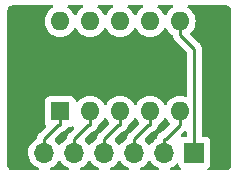
<source format=gbr>
%TF.GenerationSoftware,KiCad,Pcbnew,(6.0.9)*%
%TF.CreationDate,2023-08-06T15:37:21+02:00*%
%TF.ProjectId,dipswitch-plate,64697073-7769-4746-9368-2d706c617465,rev?*%
%TF.SameCoordinates,Original*%
%TF.FileFunction,Copper,L2,Bot*%
%TF.FilePolarity,Positive*%
%FSLAX46Y46*%
G04 Gerber Fmt 4.6, Leading zero omitted, Abs format (unit mm)*
G04 Created by KiCad (PCBNEW (6.0.9)) date 2023-08-06 15:37:21*
%MOMM*%
%LPD*%
G01*
G04 APERTURE LIST*
%TA.AperFunction,ComponentPad*%
%ADD10O,1.600000X1.600000*%
%TD*%
%TA.AperFunction,ComponentPad*%
%ADD11R,1.600000X1.600000*%
%TD*%
%TA.AperFunction,ComponentPad*%
%ADD12O,1.700000X1.700000*%
%TD*%
%TA.AperFunction,ComponentPad*%
%ADD13R,1.700000X1.700000*%
%TD*%
%TA.AperFunction,Conductor*%
%ADD14C,0.250000*%
%TD*%
G04 APERTURE END LIST*
D10*
%TO.P,SW1,10*%
%TO.N,VCC*%
X24026000Y-19874350D03*
%TO.P,SW1,5*%
%TO.N,Net-(J1-Pad2)*%
X34186000Y-27494350D03*
%TO.P,SW1,9*%
%TO.N,VCC*%
X26566000Y-19874350D03*
%TO.P,SW1,4*%
%TO.N,Net-(J1-Pad3)*%
X31646000Y-27494350D03*
%TO.P,SW1,8*%
%TO.N,VCC*%
X29106000Y-19874350D03*
%TO.P,SW1,3*%
%TO.N,Net-(J1-Pad4)*%
X29106000Y-27494350D03*
%TO.P,SW1,7*%
%TO.N,VCC*%
X31646000Y-19874350D03*
%TO.P,SW1,2*%
%TO.N,Net-(J1-Pad5)*%
X26566000Y-27494350D03*
%TO.P,SW1,6*%
%TO.N,VCC*%
X34186000Y-19874350D03*
D11*
%TO.P,SW1,1*%
%TO.N,Net-(J1-Pad6)*%
X24026000Y-27494350D03*
%TD*%
D12*
%TO.P,J1,6*%
%TO.N,Net-(J1-Pad6)*%
X22676000Y-30994350D03*
%TO.P,J1,5*%
%TO.N,Net-(J1-Pad5)*%
X25216000Y-30994350D03*
%TO.P,J1,4*%
%TO.N,Net-(J1-Pad4)*%
X27756000Y-30994350D03*
%TO.P,J1,3*%
%TO.N,Net-(J1-Pad3)*%
X30296000Y-30994350D03*
%TO.P,J1,2*%
%TO.N,Net-(J1-Pad2)*%
X32836000Y-30994350D03*
D13*
%TO.P,J1,1*%
%TO.N,VCC*%
X35376000Y-30994350D03*
%TD*%
D14*
%TO.N,Net-(J1-Pad6)*%
X24026000Y-27494350D02*
X24026000Y-28619650D01*
X22676000Y-30994350D02*
X22676000Y-29819050D01*
X22676000Y-29819050D02*
X23875400Y-28619650D01*
X23875400Y-28619650D02*
X24026000Y-28619650D01*
%TO.N,Net-(J1-Pad5)*%
X26566000Y-27494350D02*
X26566000Y-28619650D01*
X25216000Y-30994350D02*
X25216000Y-29819050D01*
X25216000Y-29819050D02*
X26415400Y-28619650D01*
X26415400Y-28619650D02*
X26566000Y-28619650D01*
%TO.N,Net-(J1-Pad4)*%
X29106000Y-27494350D02*
X29106000Y-28619650D01*
X27756000Y-30994350D02*
X27756000Y-29819050D01*
X27756000Y-29819050D02*
X28955400Y-28619650D01*
X28955400Y-28619650D02*
X29106000Y-28619650D01*
%TO.N,Net-(J1-Pad3)*%
X31646000Y-27494350D02*
X31646000Y-28619650D01*
X30296000Y-30994350D02*
X30296000Y-29819050D01*
X30296000Y-29819050D02*
X31495400Y-28619650D01*
X31495400Y-28619650D02*
X31646000Y-28619650D01*
%TO.N,Net-(J1-Pad2)*%
X32836000Y-30994350D02*
X32836000Y-29819050D01*
X34186000Y-27494350D02*
X34186000Y-28619650D01*
X32836000Y-29819050D02*
X32986600Y-29819050D01*
X32986600Y-29819050D02*
X34186000Y-28619650D01*
%TO.N,VCC*%
X34186000Y-19874350D02*
X34186000Y-20999650D01*
X35376000Y-30994350D02*
X35376000Y-22189650D01*
X35376000Y-22189650D02*
X34186000Y-20999650D01*
%TD*%
%TA.AperFunction,NonConductor*%
G36*
X30993352Y-18522852D02*
G01*
X31039845Y-18576508D01*
X31049949Y-18646782D01*
X31020455Y-18711362D01*
X30990089Y-18736436D01*
X30989251Y-18736827D01*
X30984744Y-18739983D01*
X30984742Y-18739984D01*
X30806211Y-18864993D01*
X30806208Y-18864995D01*
X30801700Y-18868152D01*
X30639802Y-19030050D01*
X30636645Y-19034558D01*
X30636643Y-19034561D01*
X30627513Y-19047600D01*
X30508477Y-19217601D01*
X30506154Y-19222583D01*
X30506151Y-19222588D01*
X30490195Y-19256807D01*
X30443278Y-19310092D01*
X30375001Y-19329553D01*
X30307041Y-19309011D01*
X30261805Y-19256807D01*
X30245849Y-19222588D01*
X30245846Y-19222583D01*
X30243523Y-19217601D01*
X30124487Y-19047600D01*
X30115357Y-19034561D01*
X30115355Y-19034558D01*
X30112198Y-19030050D01*
X29950300Y-18868152D01*
X29945792Y-18864995D01*
X29945789Y-18864993D01*
X29767258Y-18739984D01*
X29767256Y-18739983D01*
X29762749Y-18736827D01*
X29762621Y-18736767D01*
X29714774Y-18686584D01*
X29701340Y-18616870D01*
X29727728Y-18550959D01*
X29785561Y-18509779D01*
X29826769Y-18502850D01*
X30925231Y-18502850D01*
X30993352Y-18522852D01*
G37*
%TD.AperFunction*%
%TA.AperFunction,NonConductor*%
G36*
X33533352Y-18522852D02*
G01*
X33579845Y-18576508D01*
X33589949Y-18646782D01*
X33560455Y-18711362D01*
X33530089Y-18736436D01*
X33529251Y-18736827D01*
X33524744Y-18739983D01*
X33524742Y-18739984D01*
X33346211Y-18864993D01*
X33346208Y-18864995D01*
X33341700Y-18868152D01*
X33179802Y-19030050D01*
X33176645Y-19034558D01*
X33176643Y-19034561D01*
X33167513Y-19047600D01*
X33048477Y-19217601D01*
X33046154Y-19222583D01*
X33046151Y-19222588D01*
X33030195Y-19256807D01*
X32983278Y-19310092D01*
X32915001Y-19329553D01*
X32847041Y-19309011D01*
X32801805Y-19256807D01*
X32785849Y-19222588D01*
X32785846Y-19222583D01*
X32783523Y-19217601D01*
X32664487Y-19047600D01*
X32655357Y-19034561D01*
X32655355Y-19034558D01*
X32652198Y-19030050D01*
X32490300Y-18868152D01*
X32485792Y-18864995D01*
X32485789Y-18864993D01*
X32307258Y-18739984D01*
X32307256Y-18739983D01*
X32302749Y-18736827D01*
X32302621Y-18736767D01*
X32254774Y-18686584D01*
X32241340Y-18616870D01*
X32267728Y-18550959D01*
X32325561Y-18509779D01*
X32366769Y-18502850D01*
X33465231Y-18502850D01*
X33533352Y-18522852D01*
G37*
%TD.AperFunction*%
%TA.AperFunction,NonConductor*%
G36*
X28453352Y-18522852D02*
G01*
X28499845Y-18576508D01*
X28509949Y-18646782D01*
X28480455Y-18711362D01*
X28450089Y-18736436D01*
X28449251Y-18736827D01*
X28444744Y-18739983D01*
X28444742Y-18739984D01*
X28266211Y-18864993D01*
X28266208Y-18864995D01*
X28261700Y-18868152D01*
X28099802Y-19030050D01*
X28096645Y-19034558D01*
X28096643Y-19034561D01*
X28087513Y-19047600D01*
X27968477Y-19217601D01*
X27966154Y-19222583D01*
X27966151Y-19222588D01*
X27950195Y-19256807D01*
X27903278Y-19310092D01*
X27835001Y-19329553D01*
X27767041Y-19309011D01*
X27721805Y-19256807D01*
X27705849Y-19222588D01*
X27705846Y-19222583D01*
X27703523Y-19217601D01*
X27584487Y-19047600D01*
X27575357Y-19034561D01*
X27575355Y-19034558D01*
X27572198Y-19030050D01*
X27410300Y-18868152D01*
X27405792Y-18864995D01*
X27405789Y-18864993D01*
X27227258Y-18739984D01*
X27227256Y-18739983D01*
X27222749Y-18736827D01*
X27222621Y-18736767D01*
X27174774Y-18686584D01*
X27161340Y-18616870D01*
X27187728Y-18550959D01*
X27245561Y-18509779D01*
X27286769Y-18502850D01*
X28385231Y-18502850D01*
X28453352Y-18522852D01*
G37*
%TD.AperFunction*%
%TA.AperFunction,NonConductor*%
G36*
X25913352Y-18522852D02*
G01*
X25959845Y-18576508D01*
X25969949Y-18646782D01*
X25940455Y-18711362D01*
X25910089Y-18736436D01*
X25909251Y-18736827D01*
X25904744Y-18739983D01*
X25904742Y-18739984D01*
X25726211Y-18864993D01*
X25726208Y-18864995D01*
X25721700Y-18868152D01*
X25559802Y-19030050D01*
X25556645Y-19034558D01*
X25556643Y-19034561D01*
X25547513Y-19047600D01*
X25428477Y-19217601D01*
X25426154Y-19222583D01*
X25426151Y-19222588D01*
X25410195Y-19256807D01*
X25363278Y-19310092D01*
X25295001Y-19329553D01*
X25227041Y-19309011D01*
X25181805Y-19256807D01*
X25165849Y-19222588D01*
X25165846Y-19222583D01*
X25163523Y-19217601D01*
X25044487Y-19047600D01*
X25035357Y-19034561D01*
X25035355Y-19034558D01*
X25032198Y-19030050D01*
X24870300Y-18868152D01*
X24865792Y-18864995D01*
X24865789Y-18864993D01*
X24687258Y-18739984D01*
X24687256Y-18739983D01*
X24682749Y-18736827D01*
X24682621Y-18736767D01*
X24634774Y-18686584D01*
X24621340Y-18616870D01*
X24647728Y-18550959D01*
X24705561Y-18509779D01*
X24746769Y-18502850D01*
X25845231Y-18502850D01*
X25913352Y-18522852D01*
G37*
%TD.AperFunction*%
%TA.AperFunction,NonConductor*%
G36*
X34660532Y-29145190D02*
G01*
X34717368Y-29187737D01*
X34742179Y-29254257D01*
X34742500Y-29263246D01*
X34742500Y-29509850D01*
X34722498Y-29577971D01*
X34668842Y-29624464D01*
X34616500Y-29635850D01*
X34477866Y-29635850D01*
X34415684Y-29642605D01*
X34389559Y-29652399D01*
X34318752Y-29657582D01*
X34256383Y-29623662D01*
X34222254Y-29561406D01*
X34227200Y-29490582D01*
X34256234Y-29445322D01*
X34527405Y-29174151D01*
X34589717Y-29140125D01*
X34660532Y-29145190D01*
G37*
%TD.AperFunction*%
%TA.AperFunction,NonConductor*%
G36*
X32984959Y-28059689D02*
G01*
X33030195Y-28111893D01*
X33046151Y-28146112D01*
X33046154Y-28146117D01*
X33048477Y-28151099D01*
X33179802Y-28338650D01*
X33286354Y-28445202D01*
X33320380Y-28507514D01*
X33315315Y-28578329D01*
X33286354Y-28623392D01*
X32743208Y-29166538D01*
X32685449Y-29199484D01*
X32685065Y-29199583D01*
X32677203Y-29200576D01*
X32669835Y-29203493D01*
X32669832Y-29203494D01*
X32624989Y-29221249D01*
X32617570Y-29223921D01*
X32564125Y-29241286D01*
X32557429Y-29245536D01*
X32557428Y-29245536D01*
X32557169Y-29245700D01*
X32536042Y-29256465D01*
X32535754Y-29256579D01*
X32535749Y-29256582D01*
X32528383Y-29259498D01*
X32521975Y-29264154D01*
X32521969Y-29264157D01*
X32482948Y-29292508D01*
X32476411Y-29296951D01*
X32428982Y-29327050D01*
X32423556Y-29332828D01*
X32423555Y-29332829D01*
X32423341Y-29333057D01*
X32405554Y-29348738D01*
X32405309Y-29348916D01*
X32405307Y-29348918D01*
X32398893Y-29353578D01*
X32393839Y-29359687D01*
X32393838Y-29359688D01*
X32363097Y-29396846D01*
X32357866Y-29402780D01*
X32324842Y-29437948D01*
X32324841Y-29437950D01*
X32319414Y-29443729D01*
X32315594Y-29450678D01*
X32315445Y-29450949D01*
X32302119Y-29470556D01*
X32301920Y-29470796D01*
X32301916Y-29470803D01*
X32296867Y-29476906D01*
X32293493Y-29484077D01*
X32272953Y-29527726D01*
X32269371Y-29534758D01*
X32242305Y-29583990D01*
X32240335Y-29591665D01*
X32240332Y-29591671D01*
X32240256Y-29591969D01*
X32232224Y-29614278D01*
X32232094Y-29614553D01*
X32232091Y-29614561D01*
X32228717Y-29621732D01*
X32218195Y-29676893D01*
X32216471Y-29684608D01*
X32202500Y-29739020D01*
X32200949Y-29738622D01*
X32176225Y-29795300D01*
X32137791Y-29826185D01*
X32109607Y-29840857D01*
X32105474Y-29843960D01*
X32105471Y-29843962D01*
X31985974Y-29933683D01*
X31930965Y-29974985D01*
X31776629Y-30136488D01*
X31669201Y-30293971D01*
X31614293Y-30338971D01*
X31543768Y-30347142D01*
X31480021Y-30315888D01*
X31459324Y-30291404D01*
X31378822Y-30166967D01*
X31378820Y-30166964D01*
X31376014Y-30162627D01*
X31225670Y-29997401D01*
X31218326Y-29991601D01*
X31177266Y-29933683D01*
X31174036Y-29862759D01*
X31207327Y-29803627D01*
X31738792Y-29272162D01*
X31796551Y-29239216D01*
X31796935Y-29239117D01*
X31804797Y-29238124D01*
X31812165Y-29235207D01*
X31812168Y-29235206D01*
X31857011Y-29217451D01*
X31864430Y-29214779D01*
X31917875Y-29197414D01*
X31924572Y-29193164D01*
X31924831Y-29193000D01*
X31945958Y-29182235D01*
X31946246Y-29182121D01*
X31946251Y-29182118D01*
X31953617Y-29179202D01*
X31960025Y-29174546D01*
X31960031Y-29174543D01*
X31999052Y-29146192D01*
X32005589Y-29141749D01*
X32053018Y-29111650D01*
X32058659Y-29105643D01*
X32076446Y-29089962D01*
X32076691Y-29089784D01*
X32076693Y-29089782D01*
X32083107Y-29085122D01*
X32103418Y-29060571D01*
X32118903Y-29041854D01*
X32124134Y-29035920D01*
X32157158Y-29000752D01*
X32157160Y-29000749D01*
X32162586Y-28994971D01*
X32166558Y-28987747D01*
X32179881Y-28968144D01*
X32180080Y-28967904D01*
X32180084Y-28967897D01*
X32185133Y-28961794D01*
X32209047Y-28910974D01*
X32212629Y-28903942D01*
X32239695Y-28854710D01*
X32241665Y-28847035D01*
X32241668Y-28847029D01*
X32241744Y-28846731D01*
X32249776Y-28824422D01*
X32249906Y-28824147D01*
X32249909Y-28824139D01*
X32253283Y-28816968D01*
X32263806Y-28761801D01*
X32265532Y-28754079D01*
X32279500Y-28699680D01*
X32279500Y-28697123D01*
X32306928Y-28634237D01*
X32331280Y-28611895D01*
X32379218Y-28578329D01*
X32444458Y-28532647D01*
X32485789Y-28503707D01*
X32485792Y-28503705D01*
X32490300Y-28500548D01*
X32652198Y-28338650D01*
X32783523Y-28151099D01*
X32785846Y-28146117D01*
X32785849Y-28146112D01*
X32801805Y-28111893D01*
X32848722Y-28058608D01*
X32916999Y-28039147D01*
X32984959Y-28059689D01*
G37*
%TD.AperFunction*%
%TA.AperFunction,NonConductor*%
G36*
X30444959Y-28059689D02*
G01*
X30490195Y-28111893D01*
X30506151Y-28146112D01*
X30506154Y-28146117D01*
X30508477Y-28151099D01*
X30639802Y-28338650D01*
X30671053Y-28369901D01*
X30705079Y-28432213D01*
X30700014Y-28503028D01*
X30671053Y-28548091D01*
X29903742Y-29315402D01*
X29895462Y-29322937D01*
X29888982Y-29327050D01*
X29868616Y-29348738D01*
X29842357Y-29376701D01*
X29839602Y-29379543D01*
X29819865Y-29399280D01*
X29817385Y-29402477D01*
X29809682Y-29411497D01*
X29779414Y-29443729D01*
X29775595Y-29450675D01*
X29775593Y-29450678D01*
X29769652Y-29461484D01*
X29758801Y-29478003D01*
X29746386Y-29494009D01*
X29743241Y-29501278D01*
X29743238Y-29501282D01*
X29728826Y-29534587D01*
X29723609Y-29545237D01*
X29702305Y-29583990D01*
X29700334Y-29591665D01*
X29700334Y-29591666D01*
X29697267Y-29603612D01*
X29690863Y-29622316D01*
X29689934Y-29624464D01*
X29682819Y-29640905D01*
X29681580Y-29648728D01*
X29681577Y-29648738D01*
X29675901Y-29684574D01*
X29673495Y-29696194D01*
X29662602Y-29738622D01*
X29662500Y-29739019D01*
X29660947Y-29738620D01*
X29636234Y-29795290D01*
X29597789Y-29826186D01*
X29569607Y-29840857D01*
X29390965Y-29974985D01*
X29236629Y-30136488D01*
X29129201Y-30293971D01*
X29074293Y-30338971D01*
X29003768Y-30347142D01*
X28940021Y-30315888D01*
X28919324Y-30291404D01*
X28838822Y-30166967D01*
X28838820Y-30166964D01*
X28836014Y-30162627D01*
X28685670Y-29997401D01*
X28678326Y-29991601D01*
X28637266Y-29933683D01*
X28634036Y-29862759D01*
X28667327Y-29803627D01*
X29198792Y-29272162D01*
X29256551Y-29239216D01*
X29256935Y-29239117D01*
X29264797Y-29238124D01*
X29272165Y-29235207D01*
X29272168Y-29235206D01*
X29317011Y-29217451D01*
X29324430Y-29214779D01*
X29377875Y-29197414D01*
X29384572Y-29193164D01*
X29384831Y-29193000D01*
X29405958Y-29182235D01*
X29406246Y-29182121D01*
X29406251Y-29182118D01*
X29413617Y-29179202D01*
X29420025Y-29174546D01*
X29420031Y-29174543D01*
X29459052Y-29146192D01*
X29465589Y-29141749D01*
X29513018Y-29111650D01*
X29518659Y-29105643D01*
X29536446Y-29089962D01*
X29536691Y-29089784D01*
X29536693Y-29089782D01*
X29543107Y-29085122D01*
X29563418Y-29060571D01*
X29578903Y-29041854D01*
X29584134Y-29035920D01*
X29617158Y-29000752D01*
X29617160Y-29000749D01*
X29622586Y-28994971D01*
X29626558Y-28987747D01*
X29639881Y-28968144D01*
X29640080Y-28967904D01*
X29640084Y-28967897D01*
X29645133Y-28961794D01*
X29669047Y-28910974D01*
X29672629Y-28903942D01*
X29699695Y-28854710D01*
X29701665Y-28847035D01*
X29701668Y-28847029D01*
X29701744Y-28846731D01*
X29709776Y-28824422D01*
X29709906Y-28824147D01*
X29709909Y-28824139D01*
X29713283Y-28816968D01*
X29723806Y-28761801D01*
X29725532Y-28754079D01*
X29739500Y-28699680D01*
X29739500Y-28697123D01*
X29766928Y-28634237D01*
X29791280Y-28611895D01*
X29839218Y-28578329D01*
X29904458Y-28532647D01*
X29945789Y-28503707D01*
X29945792Y-28503705D01*
X29950300Y-28500548D01*
X30112198Y-28338650D01*
X30243523Y-28151099D01*
X30245846Y-28146117D01*
X30245849Y-28146112D01*
X30261805Y-28111893D01*
X30308722Y-28058608D01*
X30376999Y-28039147D01*
X30444959Y-28059689D01*
G37*
%TD.AperFunction*%
%TA.AperFunction,NonConductor*%
G36*
X25175604Y-28785054D02*
G01*
X25209733Y-28847310D01*
X25204786Y-28918134D01*
X25175753Y-28963392D01*
X24823742Y-29315403D01*
X24815463Y-29322937D01*
X24808982Y-29327050D01*
X24788616Y-29348738D01*
X24762357Y-29376701D01*
X24759602Y-29379543D01*
X24739865Y-29399280D01*
X24737385Y-29402477D01*
X24729682Y-29411497D01*
X24699414Y-29443729D01*
X24695595Y-29450675D01*
X24695593Y-29450678D01*
X24689652Y-29461484D01*
X24678801Y-29478003D01*
X24666386Y-29494009D01*
X24663241Y-29501278D01*
X24663238Y-29501282D01*
X24648826Y-29534587D01*
X24643609Y-29545237D01*
X24622305Y-29583990D01*
X24620334Y-29591665D01*
X24620334Y-29591666D01*
X24617267Y-29603612D01*
X24610863Y-29622316D01*
X24609934Y-29624464D01*
X24602819Y-29640905D01*
X24601580Y-29648728D01*
X24601577Y-29648738D01*
X24595901Y-29684574D01*
X24593495Y-29696194D01*
X24582602Y-29738622D01*
X24582500Y-29739019D01*
X24580947Y-29738620D01*
X24556234Y-29795290D01*
X24517789Y-29826186D01*
X24489607Y-29840857D01*
X24310965Y-29974985D01*
X24156629Y-30136488D01*
X24049201Y-30293971D01*
X23994293Y-30338971D01*
X23923768Y-30347142D01*
X23860021Y-30315888D01*
X23839324Y-30291404D01*
X23758822Y-30166967D01*
X23758820Y-30166964D01*
X23756014Y-30162627D01*
X23605670Y-29997401D01*
X23598326Y-29991601D01*
X23557266Y-29933683D01*
X23554036Y-29862759D01*
X23587327Y-29803627D01*
X24118792Y-29272162D01*
X24176551Y-29239216D01*
X24176935Y-29239117D01*
X24184797Y-29238124D01*
X24192165Y-29235207D01*
X24192168Y-29235206D01*
X24237011Y-29217451D01*
X24244430Y-29214779D01*
X24297875Y-29197414D01*
X24304572Y-29193164D01*
X24304831Y-29193000D01*
X24325958Y-29182235D01*
X24326246Y-29182121D01*
X24326251Y-29182118D01*
X24333617Y-29179202D01*
X24340025Y-29174546D01*
X24340031Y-29174543D01*
X24379052Y-29146192D01*
X24385589Y-29141749D01*
X24433018Y-29111650D01*
X24438659Y-29105643D01*
X24456446Y-29089962D01*
X24456691Y-29089784D01*
X24456693Y-29089782D01*
X24463107Y-29085122D01*
X24483418Y-29060571D01*
X24498903Y-29041854D01*
X24504134Y-29035920D01*
X24537158Y-29000752D01*
X24537160Y-29000749D01*
X24542586Y-28994971D01*
X24546558Y-28987747D01*
X24559881Y-28968144D01*
X24560080Y-28967904D01*
X24560084Y-28967897D01*
X24565133Y-28961794D01*
X24589047Y-28910974D01*
X24592641Y-28903921D01*
X24612307Y-28868149D01*
X24662652Y-28818090D01*
X24722721Y-28802850D01*
X24874134Y-28802850D01*
X24936316Y-28796095D01*
X24943712Y-28793323D01*
X24943718Y-28793321D01*
X25042428Y-28756316D01*
X25113235Y-28751133D01*
X25175604Y-28785054D01*
G37*
%TD.AperFunction*%
%TA.AperFunction,NonConductor*%
G36*
X27904959Y-28059689D02*
G01*
X27950195Y-28111893D01*
X27966151Y-28146112D01*
X27966154Y-28146117D01*
X27968477Y-28151099D01*
X28099802Y-28338650D01*
X28131053Y-28369901D01*
X28165079Y-28432213D01*
X28160014Y-28503028D01*
X28131053Y-28548091D01*
X27363742Y-29315402D01*
X27355462Y-29322937D01*
X27348982Y-29327050D01*
X27328616Y-29348738D01*
X27302357Y-29376701D01*
X27299602Y-29379543D01*
X27279865Y-29399280D01*
X27277385Y-29402477D01*
X27269682Y-29411497D01*
X27239414Y-29443729D01*
X27235595Y-29450675D01*
X27235593Y-29450678D01*
X27229652Y-29461484D01*
X27218801Y-29478003D01*
X27206386Y-29494009D01*
X27203241Y-29501278D01*
X27203238Y-29501282D01*
X27188826Y-29534587D01*
X27183609Y-29545237D01*
X27162305Y-29583990D01*
X27160334Y-29591665D01*
X27160334Y-29591666D01*
X27157267Y-29603612D01*
X27150863Y-29622316D01*
X27149934Y-29624464D01*
X27142819Y-29640905D01*
X27141580Y-29648728D01*
X27141577Y-29648738D01*
X27135901Y-29684574D01*
X27133495Y-29696194D01*
X27122602Y-29738622D01*
X27122500Y-29739019D01*
X27120947Y-29738620D01*
X27096234Y-29795290D01*
X27057789Y-29826186D01*
X27029607Y-29840857D01*
X26850965Y-29974985D01*
X26696629Y-30136488D01*
X26589201Y-30293971D01*
X26534293Y-30338971D01*
X26463768Y-30347142D01*
X26400021Y-30315888D01*
X26379324Y-30291404D01*
X26298822Y-30166967D01*
X26298820Y-30166964D01*
X26296014Y-30162627D01*
X26145670Y-29997401D01*
X26138326Y-29991601D01*
X26097266Y-29933683D01*
X26094036Y-29862759D01*
X26127327Y-29803627D01*
X26658792Y-29272162D01*
X26716551Y-29239216D01*
X26716935Y-29239117D01*
X26724797Y-29238124D01*
X26732165Y-29235207D01*
X26732168Y-29235206D01*
X26777011Y-29217451D01*
X26784430Y-29214779D01*
X26837875Y-29197414D01*
X26844572Y-29193164D01*
X26844831Y-29193000D01*
X26865958Y-29182235D01*
X26866246Y-29182121D01*
X26866251Y-29182118D01*
X26873617Y-29179202D01*
X26880025Y-29174546D01*
X26880031Y-29174543D01*
X26919052Y-29146192D01*
X26925589Y-29141749D01*
X26973018Y-29111650D01*
X26978659Y-29105643D01*
X26996446Y-29089962D01*
X26996691Y-29089784D01*
X26996693Y-29089782D01*
X27003107Y-29085122D01*
X27023418Y-29060571D01*
X27038903Y-29041854D01*
X27044134Y-29035920D01*
X27077158Y-29000752D01*
X27077160Y-29000749D01*
X27082586Y-28994971D01*
X27086558Y-28987747D01*
X27099881Y-28968144D01*
X27100080Y-28967904D01*
X27100084Y-28967897D01*
X27105133Y-28961794D01*
X27129047Y-28910974D01*
X27132629Y-28903942D01*
X27159695Y-28854710D01*
X27161665Y-28847035D01*
X27161668Y-28847029D01*
X27161744Y-28846731D01*
X27169776Y-28824422D01*
X27169906Y-28824147D01*
X27169909Y-28824139D01*
X27173283Y-28816968D01*
X27183806Y-28761801D01*
X27185532Y-28754079D01*
X27199500Y-28699680D01*
X27199500Y-28697123D01*
X27226928Y-28634237D01*
X27251280Y-28611895D01*
X27299218Y-28578329D01*
X27364458Y-28532647D01*
X27405789Y-28503707D01*
X27405792Y-28503705D01*
X27410300Y-28500548D01*
X27572198Y-28338650D01*
X27703523Y-28151099D01*
X27705846Y-28146117D01*
X27705849Y-28146112D01*
X27721805Y-28111893D01*
X27768722Y-28058608D01*
X27836999Y-28039147D01*
X27904959Y-28059689D01*
G37*
%TD.AperFunction*%
%TA.AperFunction,NonConductor*%
G36*
X29108026Y-31669494D02*
G01*
X29135875Y-31701344D01*
X29195987Y-31799438D01*
X29342250Y-31968288D01*
X29514126Y-32110982D01*
X29707000Y-32223688D01*
X29711825Y-32225530D01*
X29711826Y-32225531D01*
X29755321Y-32242140D01*
X29811824Y-32285128D01*
X29836117Y-32351839D01*
X29820487Y-32421093D01*
X29769896Y-32470904D01*
X29710372Y-32485850D01*
X28343160Y-32485850D01*
X28275039Y-32465848D01*
X28228546Y-32412192D01*
X28218442Y-32341918D01*
X28247936Y-32277338D01*
X28287728Y-32246699D01*
X28449346Y-32167523D01*
X28453994Y-32165246D01*
X28635860Y-32035523D01*
X28674400Y-31997118D01*
X28730124Y-31941588D01*
X28794096Y-31877839D01*
X28853594Y-31795039D01*
X28924453Y-31696427D01*
X28925776Y-31697378D01*
X28972645Y-31654207D01*
X29042580Y-31641975D01*
X29108026Y-31669494D01*
G37*
%TD.AperFunction*%
%TA.AperFunction,NonConductor*%
G36*
X26568026Y-31669494D02*
G01*
X26595875Y-31701344D01*
X26655987Y-31799438D01*
X26802250Y-31968288D01*
X26974126Y-32110982D01*
X27167000Y-32223688D01*
X27171825Y-32225530D01*
X27171826Y-32225531D01*
X27215321Y-32242140D01*
X27271824Y-32285128D01*
X27296117Y-32351839D01*
X27280487Y-32421093D01*
X27229896Y-32470904D01*
X27170372Y-32485850D01*
X25803160Y-32485850D01*
X25735039Y-32465848D01*
X25688546Y-32412192D01*
X25678442Y-32341918D01*
X25707936Y-32277338D01*
X25747728Y-32246699D01*
X25909346Y-32167523D01*
X25913994Y-32165246D01*
X26095860Y-32035523D01*
X26134400Y-31997118D01*
X26190124Y-31941588D01*
X26254096Y-31877839D01*
X26313594Y-31795039D01*
X26384453Y-31696427D01*
X26385776Y-31697378D01*
X26432645Y-31654207D01*
X26502580Y-31641975D01*
X26568026Y-31669494D01*
G37*
%TD.AperFunction*%
%TA.AperFunction,NonConductor*%
G36*
X31648026Y-31669494D02*
G01*
X31675875Y-31701344D01*
X31735987Y-31799438D01*
X31882250Y-31968288D01*
X32054126Y-32110982D01*
X32247000Y-32223688D01*
X32251825Y-32225530D01*
X32251826Y-32225531D01*
X32295321Y-32242140D01*
X32351824Y-32285128D01*
X32376117Y-32351839D01*
X32360487Y-32421093D01*
X32309896Y-32470904D01*
X32250372Y-32485850D01*
X30883160Y-32485850D01*
X30815039Y-32465848D01*
X30768546Y-32412192D01*
X30758442Y-32341918D01*
X30787936Y-32277338D01*
X30827728Y-32246699D01*
X30989346Y-32167523D01*
X30993994Y-32165246D01*
X31175860Y-32035523D01*
X31214400Y-31997118D01*
X31270124Y-31941588D01*
X31334096Y-31877839D01*
X31393594Y-31795039D01*
X31464453Y-31696427D01*
X31465776Y-31697378D01*
X31512645Y-31654207D01*
X31582580Y-31641975D01*
X31648026Y-31669494D01*
G37*
%TD.AperFunction*%
%TA.AperFunction,NonConductor*%
G36*
X24028026Y-31669494D02*
G01*
X24055875Y-31701344D01*
X24115987Y-31799438D01*
X24262250Y-31968288D01*
X24434126Y-32110982D01*
X24627000Y-32223688D01*
X24631825Y-32225530D01*
X24631826Y-32225531D01*
X24675321Y-32242140D01*
X24731824Y-32285128D01*
X24756117Y-32351839D01*
X24740487Y-32421093D01*
X24689896Y-32470904D01*
X24630372Y-32485850D01*
X23263160Y-32485850D01*
X23195039Y-32465848D01*
X23148546Y-32412192D01*
X23138442Y-32341918D01*
X23167936Y-32277338D01*
X23207728Y-32246699D01*
X23369346Y-32167523D01*
X23373994Y-32165246D01*
X23555860Y-32035523D01*
X23594400Y-31997118D01*
X23650124Y-31941588D01*
X23714096Y-31877839D01*
X23773594Y-31795039D01*
X23844453Y-31696427D01*
X23845776Y-31697378D01*
X23892645Y-31654207D01*
X23962580Y-31641975D01*
X24028026Y-31669494D01*
G37*
%TD.AperFunction*%
%TA.AperFunction,NonConductor*%
G36*
X33957268Y-31898942D02*
G01*
X34014030Y-31941588D01*
X34031012Y-31972691D01*
X34053201Y-32031879D01*
X34075385Y-32091055D01*
X34162739Y-32207611D01*
X34169919Y-32212992D01*
X34169920Y-32212993D01*
X34231339Y-32259024D01*
X34273854Y-32315883D01*
X34278880Y-32386702D01*
X34244820Y-32448995D01*
X34182489Y-32482985D01*
X34155774Y-32485850D01*
X33423160Y-32485850D01*
X33355039Y-32465848D01*
X33308546Y-32412192D01*
X33298442Y-32341918D01*
X33327936Y-32277338D01*
X33367728Y-32246699D01*
X33529346Y-32167523D01*
X33533994Y-32165246D01*
X33715860Y-32035523D01*
X33824091Y-31927669D01*
X33886462Y-31893754D01*
X33957268Y-31898942D01*
G37*
%TD.AperFunction*%
%TA.AperFunction,NonConductor*%
G36*
X37996018Y-18504350D02*
G01*
X38010852Y-18506660D01*
X38010855Y-18506660D01*
X38019724Y-18508041D01*
X38028626Y-18506877D01*
X38028750Y-18506861D01*
X38059192Y-18506590D01*
X38121253Y-18513582D01*
X38148760Y-18519861D01*
X38225844Y-18546835D01*
X38251256Y-18559074D01*
X38320399Y-18602520D01*
X38342459Y-18620113D01*
X38400202Y-18677859D01*
X38417793Y-18699919D01*
X38461236Y-18769062D01*
X38473478Y-18794485D01*
X38500445Y-18871564D01*
X38506721Y-18899065D01*
X38513014Y-18954945D01*
X38513796Y-18970580D01*
X38513691Y-18979176D01*
X38512309Y-18988048D01*
X38513473Y-18996952D01*
X38516437Y-19019628D01*
X38517500Y-19035959D01*
X38517500Y-31945001D01*
X38516001Y-31964379D01*
X38512309Y-31988100D01*
X38513473Y-31996998D01*
X38513489Y-31997118D01*
X38513762Y-32027564D01*
X38507559Y-32082647D01*
X38506771Y-32089639D01*
X38500494Y-32117146D01*
X38473522Y-32194238D01*
X38461280Y-32219661D01*
X38417832Y-32288812D01*
X38400242Y-32310871D01*
X38383396Y-32327718D01*
X38342490Y-32368626D01*
X38320436Y-32386215D01*
X38266023Y-32420406D01*
X38251280Y-32429670D01*
X38225859Y-32441912D01*
X38148774Y-32468886D01*
X38121267Y-32475165D01*
X38065961Y-32481397D01*
X38050134Y-32481064D01*
X38050121Y-32482150D01*
X38041148Y-32482040D01*
X38032276Y-32480659D01*
X38023374Y-32481823D01*
X38023372Y-32481823D01*
X38008323Y-32483791D01*
X38000714Y-32484786D01*
X37984379Y-32485850D01*
X36596226Y-32485850D01*
X36528105Y-32465848D01*
X36481612Y-32412192D01*
X36471508Y-32341918D01*
X36501002Y-32277338D01*
X36520661Y-32259024D01*
X36582080Y-32212993D01*
X36582081Y-32212992D01*
X36589261Y-32207611D01*
X36676615Y-32091055D01*
X36727745Y-31954666D01*
X36734500Y-31892484D01*
X36734500Y-30096216D01*
X36727745Y-30034034D01*
X36676615Y-29897645D01*
X36589261Y-29781089D01*
X36472705Y-29693735D01*
X36336316Y-29642605D01*
X36274134Y-29635850D01*
X36135500Y-29635850D01*
X36067379Y-29615848D01*
X36020886Y-29562192D01*
X36009500Y-29509850D01*
X36009500Y-22268417D01*
X36010027Y-22257234D01*
X36011702Y-22249741D01*
X36009562Y-22181664D01*
X36009500Y-22177705D01*
X36009500Y-22149794D01*
X36008995Y-22145794D01*
X36008062Y-22133951D01*
X36006922Y-22097679D01*
X36006673Y-22089760D01*
X36001022Y-22070308D01*
X35997014Y-22050956D01*
X35995467Y-22038713D01*
X35994474Y-22030853D01*
X35991556Y-22023482D01*
X35978200Y-21989747D01*
X35974355Y-21978520D01*
X35973721Y-21976337D01*
X35962018Y-21936057D01*
X35951707Y-21918622D01*
X35943012Y-21900874D01*
X35935552Y-21882033D01*
X35909564Y-21846263D01*
X35903048Y-21836343D01*
X35884580Y-21805115D01*
X35884578Y-21805112D01*
X35880542Y-21798288D01*
X35866221Y-21783967D01*
X35853380Y-21768933D01*
X35846131Y-21758956D01*
X35841472Y-21752543D01*
X35835368Y-21747493D01*
X35835363Y-21747488D01*
X35807402Y-21724357D01*
X35798621Y-21716367D01*
X35085646Y-21003391D01*
X35051621Y-20941079D01*
X35056686Y-20870263D01*
X35085647Y-20825201D01*
X35192198Y-20718650D01*
X35323523Y-20531099D01*
X35325846Y-20526117D01*
X35325849Y-20526112D01*
X35417961Y-20328575D01*
X35417961Y-20328574D01*
X35420284Y-20323593D01*
X35479543Y-20102437D01*
X35499498Y-19874350D01*
X35479543Y-19646263D01*
X35420284Y-19425107D01*
X35341805Y-19256807D01*
X35325849Y-19222588D01*
X35325846Y-19222583D01*
X35323523Y-19217601D01*
X35204487Y-19047600D01*
X35195357Y-19034561D01*
X35195355Y-19034558D01*
X35192198Y-19030050D01*
X35030300Y-18868152D01*
X35025792Y-18864995D01*
X35025789Y-18864993D01*
X34847258Y-18739984D01*
X34847256Y-18739983D01*
X34842749Y-18736827D01*
X34842621Y-18736767D01*
X34794774Y-18686584D01*
X34781340Y-18616870D01*
X34807728Y-18550959D01*
X34865561Y-18509779D01*
X34906769Y-18502850D01*
X37976633Y-18502850D01*
X37996018Y-18504350D01*
G37*
%TD.AperFunction*%
%TA.AperFunction,NonConductor*%
G36*
X23373352Y-18522852D02*
G01*
X23419845Y-18576508D01*
X23429949Y-18646782D01*
X23400455Y-18711362D01*
X23370089Y-18736436D01*
X23369251Y-18736827D01*
X23364744Y-18739983D01*
X23364742Y-18739984D01*
X23186211Y-18864993D01*
X23186208Y-18864995D01*
X23181700Y-18868152D01*
X23019802Y-19030050D01*
X23016645Y-19034558D01*
X23016643Y-19034561D01*
X23007513Y-19047600D01*
X22888477Y-19217601D01*
X22886154Y-19222583D01*
X22886151Y-19222588D01*
X22870195Y-19256807D01*
X22791716Y-19425107D01*
X22732457Y-19646263D01*
X22712502Y-19874350D01*
X22732457Y-20102437D01*
X22791716Y-20323593D01*
X22794039Y-20328574D01*
X22794039Y-20328575D01*
X22886151Y-20526112D01*
X22886154Y-20526117D01*
X22888477Y-20531099D01*
X23019802Y-20718650D01*
X23181700Y-20880548D01*
X23186208Y-20883705D01*
X23186211Y-20883707D01*
X23264389Y-20938448D01*
X23369251Y-21011873D01*
X23374233Y-21014196D01*
X23374238Y-21014199D01*
X23571775Y-21106311D01*
X23576757Y-21108634D01*
X23582065Y-21110056D01*
X23582067Y-21110057D01*
X23792598Y-21166469D01*
X23792600Y-21166469D01*
X23797913Y-21167893D01*
X24026000Y-21187848D01*
X24254087Y-21167893D01*
X24259400Y-21166469D01*
X24259402Y-21166469D01*
X24469933Y-21110057D01*
X24469935Y-21110056D01*
X24475243Y-21108634D01*
X24480225Y-21106311D01*
X24677762Y-21014199D01*
X24677767Y-21014196D01*
X24682749Y-21011873D01*
X24787611Y-20938448D01*
X24865789Y-20883707D01*
X24865792Y-20883705D01*
X24870300Y-20880548D01*
X25032198Y-20718650D01*
X25163523Y-20531099D01*
X25165846Y-20526117D01*
X25165849Y-20526112D01*
X25181805Y-20491893D01*
X25228722Y-20438608D01*
X25296999Y-20419147D01*
X25364959Y-20439689D01*
X25410195Y-20491893D01*
X25426151Y-20526112D01*
X25426154Y-20526117D01*
X25428477Y-20531099D01*
X25559802Y-20718650D01*
X25721700Y-20880548D01*
X25726208Y-20883705D01*
X25726211Y-20883707D01*
X25804389Y-20938448D01*
X25909251Y-21011873D01*
X25914233Y-21014196D01*
X25914238Y-21014199D01*
X26111775Y-21106311D01*
X26116757Y-21108634D01*
X26122065Y-21110056D01*
X26122067Y-21110057D01*
X26332598Y-21166469D01*
X26332600Y-21166469D01*
X26337913Y-21167893D01*
X26566000Y-21187848D01*
X26794087Y-21167893D01*
X26799400Y-21166469D01*
X26799402Y-21166469D01*
X27009933Y-21110057D01*
X27009935Y-21110056D01*
X27015243Y-21108634D01*
X27020225Y-21106311D01*
X27217762Y-21014199D01*
X27217767Y-21014196D01*
X27222749Y-21011873D01*
X27327611Y-20938448D01*
X27405789Y-20883707D01*
X27405792Y-20883705D01*
X27410300Y-20880548D01*
X27572198Y-20718650D01*
X27703523Y-20531099D01*
X27705846Y-20526117D01*
X27705849Y-20526112D01*
X27721805Y-20491893D01*
X27768722Y-20438608D01*
X27836999Y-20419147D01*
X27904959Y-20439689D01*
X27950195Y-20491893D01*
X27966151Y-20526112D01*
X27966154Y-20526117D01*
X27968477Y-20531099D01*
X28099802Y-20718650D01*
X28261700Y-20880548D01*
X28266208Y-20883705D01*
X28266211Y-20883707D01*
X28344389Y-20938448D01*
X28449251Y-21011873D01*
X28454233Y-21014196D01*
X28454238Y-21014199D01*
X28651775Y-21106311D01*
X28656757Y-21108634D01*
X28662065Y-21110056D01*
X28662067Y-21110057D01*
X28872598Y-21166469D01*
X28872600Y-21166469D01*
X28877913Y-21167893D01*
X29106000Y-21187848D01*
X29334087Y-21167893D01*
X29339400Y-21166469D01*
X29339402Y-21166469D01*
X29549933Y-21110057D01*
X29549935Y-21110056D01*
X29555243Y-21108634D01*
X29560225Y-21106311D01*
X29757762Y-21014199D01*
X29757767Y-21014196D01*
X29762749Y-21011873D01*
X29867611Y-20938448D01*
X29945789Y-20883707D01*
X29945792Y-20883705D01*
X29950300Y-20880548D01*
X30112198Y-20718650D01*
X30243523Y-20531099D01*
X30245846Y-20526117D01*
X30245849Y-20526112D01*
X30261805Y-20491893D01*
X30308722Y-20438608D01*
X30376999Y-20419147D01*
X30444959Y-20439689D01*
X30490195Y-20491893D01*
X30506151Y-20526112D01*
X30506154Y-20526117D01*
X30508477Y-20531099D01*
X30639802Y-20718650D01*
X30801700Y-20880548D01*
X30806208Y-20883705D01*
X30806211Y-20883707D01*
X30884389Y-20938448D01*
X30989251Y-21011873D01*
X30994233Y-21014196D01*
X30994238Y-21014199D01*
X31191775Y-21106311D01*
X31196757Y-21108634D01*
X31202065Y-21110056D01*
X31202067Y-21110057D01*
X31412598Y-21166469D01*
X31412600Y-21166469D01*
X31417913Y-21167893D01*
X31646000Y-21187848D01*
X31874087Y-21167893D01*
X31879400Y-21166469D01*
X31879402Y-21166469D01*
X32089933Y-21110057D01*
X32089935Y-21110056D01*
X32095243Y-21108634D01*
X32100225Y-21106311D01*
X32297762Y-21014199D01*
X32297767Y-21014196D01*
X32302749Y-21011873D01*
X32407611Y-20938448D01*
X32485789Y-20883707D01*
X32485792Y-20883705D01*
X32490300Y-20880548D01*
X32652198Y-20718650D01*
X32783523Y-20531099D01*
X32785846Y-20526117D01*
X32785849Y-20526112D01*
X32801805Y-20491893D01*
X32848722Y-20438608D01*
X32916999Y-20419147D01*
X32984959Y-20439689D01*
X33030195Y-20491893D01*
X33046151Y-20526112D01*
X33046154Y-20526117D01*
X33048477Y-20531099D01*
X33179802Y-20718650D01*
X33341700Y-20880548D01*
X33346208Y-20883705D01*
X33346211Y-20883707D01*
X33501411Y-20992379D01*
X33545739Y-21047836D01*
X33553420Y-21083851D01*
X33553837Y-21083785D01*
X33555078Y-21091619D01*
X33555327Y-21099539D01*
X33558383Y-21110057D01*
X33560978Y-21118989D01*
X33564987Y-21138350D01*
X33567526Y-21158447D01*
X33570445Y-21165818D01*
X33570445Y-21165820D01*
X33583804Y-21199562D01*
X33587649Y-21210792D01*
X33599982Y-21253243D01*
X33604015Y-21260062D01*
X33604017Y-21260067D01*
X33610293Y-21270678D01*
X33618988Y-21288426D01*
X33626448Y-21307267D01*
X33631110Y-21313683D01*
X33631110Y-21313684D01*
X33652436Y-21343037D01*
X33658952Y-21352957D01*
X33681458Y-21391012D01*
X33695779Y-21405333D01*
X33708619Y-21420366D01*
X33720528Y-21436757D01*
X33726634Y-21441808D01*
X33754605Y-21464948D01*
X33763384Y-21472938D01*
X34705595Y-22415149D01*
X34739621Y-22477461D01*
X34742500Y-22504244D01*
X34742500Y-26124599D01*
X34722498Y-26192720D01*
X34668842Y-26239213D01*
X34598568Y-26249317D01*
X34583898Y-26246308D01*
X34414087Y-26200807D01*
X34186000Y-26180852D01*
X33957913Y-26200807D01*
X33952600Y-26202231D01*
X33952598Y-26202231D01*
X33742067Y-26258643D01*
X33742065Y-26258644D01*
X33736757Y-26260066D01*
X33731776Y-26262389D01*
X33731775Y-26262389D01*
X33534238Y-26354501D01*
X33534233Y-26354504D01*
X33529251Y-26356827D01*
X33424389Y-26430252D01*
X33346211Y-26484993D01*
X33346208Y-26484995D01*
X33341700Y-26488152D01*
X33179802Y-26650050D01*
X33048477Y-26837601D01*
X33046154Y-26842583D01*
X33046151Y-26842588D01*
X33030195Y-26876807D01*
X32983278Y-26930092D01*
X32915001Y-26949553D01*
X32847041Y-26929011D01*
X32801805Y-26876807D01*
X32785849Y-26842588D01*
X32785846Y-26842583D01*
X32783523Y-26837601D01*
X32652198Y-26650050D01*
X32490300Y-26488152D01*
X32485792Y-26484995D01*
X32485789Y-26484993D01*
X32407611Y-26430252D01*
X32302749Y-26356827D01*
X32297767Y-26354504D01*
X32297762Y-26354501D01*
X32100225Y-26262389D01*
X32100224Y-26262389D01*
X32095243Y-26260066D01*
X32089935Y-26258644D01*
X32089933Y-26258643D01*
X31879402Y-26202231D01*
X31879400Y-26202231D01*
X31874087Y-26200807D01*
X31646000Y-26180852D01*
X31417913Y-26200807D01*
X31412600Y-26202231D01*
X31412598Y-26202231D01*
X31202067Y-26258643D01*
X31202065Y-26258644D01*
X31196757Y-26260066D01*
X31191776Y-26262389D01*
X31191775Y-26262389D01*
X30994238Y-26354501D01*
X30994233Y-26354504D01*
X30989251Y-26356827D01*
X30884389Y-26430252D01*
X30806211Y-26484993D01*
X30806208Y-26484995D01*
X30801700Y-26488152D01*
X30639802Y-26650050D01*
X30508477Y-26837601D01*
X30506154Y-26842583D01*
X30506151Y-26842588D01*
X30490195Y-26876807D01*
X30443278Y-26930092D01*
X30375001Y-26949553D01*
X30307041Y-26929011D01*
X30261805Y-26876807D01*
X30245849Y-26842588D01*
X30245846Y-26842583D01*
X30243523Y-26837601D01*
X30112198Y-26650050D01*
X29950300Y-26488152D01*
X29945792Y-26484995D01*
X29945789Y-26484993D01*
X29867611Y-26430252D01*
X29762749Y-26356827D01*
X29757767Y-26354504D01*
X29757762Y-26354501D01*
X29560225Y-26262389D01*
X29560224Y-26262389D01*
X29555243Y-26260066D01*
X29549935Y-26258644D01*
X29549933Y-26258643D01*
X29339402Y-26202231D01*
X29339400Y-26202231D01*
X29334087Y-26200807D01*
X29106000Y-26180852D01*
X28877913Y-26200807D01*
X28872600Y-26202231D01*
X28872598Y-26202231D01*
X28662067Y-26258643D01*
X28662065Y-26258644D01*
X28656757Y-26260066D01*
X28651776Y-26262389D01*
X28651775Y-26262389D01*
X28454238Y-26354501D01*
X28454233Y-26354504D01*
X28449251Y-26356827D01*
X28344389Y-26430252D01*
X28266211Y-26484993D01*
X28266208Y-26484995D01*
X28261700Y-26488152D01*
X28099802Y-26650050D01*
X27968477Y-26837601D01*
X27966154Y-26842583D01*
X27966151Y-26842588D01*
X27950195Y-26876807D01*
X27903278Y-26930092D01*
X27835001Y-26949553D01*
X27767041Y-26929011D01*
X27721805Y-26876807D01*
X27705849Y-26842588D01*
X27705846Y-26842583D01*
X27703523Y-26837601D01*
X27572198Y-26650050D01*
X27410300Y-26488152D01*
X27405792Y-26484995D01*
X27405789Y-26484993D01*
X27327611Y-26430252D01*
X27222749Y-26356827D01*
X27217767Y-26354504D01*
X27217762Y-26354501D01*
X27020225Y-26262389D01*
X27020224Y-26262389D01*
X27015243Y-26260066D01*
X27009935Y-26258644D01*
X27009933Y-26258643D01*
X26799402Y-26202231D01*
X26799400Y-26202231D01*
X26794087Y-26200807D01*
X26566000Y-26180852D01*
X26337913Y-26200807D01*
X26332600Y-26202231D01*
X26332598Y-26202231D01*
X26122067Y-26258643D01*
X26122065Y-26258644D01*
X26116757Y-26260066D01*
X26111776Y-26262389D01*
X26111775Y-26262389D01*
X25914238Y-26354501D01*
X25914233Y-26354504D01*
X25909251Y-26356827D01*
X25804389Y-26430252D01*
X25726211Y-26484993D01*
X25726208Y-26484995D01*
X25721700Y-26488152D01*
X25559802Y-26650050D01*
X25556643Y-26654561D01*
X25553108Y-26658774D01*
X25551974Y-26657823D01*
X25501929Y-26697821D01*
X25431310Y-26705126D01*
X25367951Y-26673092D01*
X25331970Y-26611888D01*
X25328918Y-26594833D01*
X25327745Y-26584034D01*
X25276615Y-26447645D01*
X25189261Y-26331089D01*
X25072705Y-26243735D01*
X24936316Y-26192605D01*
X24874134Y-26185850D01*
X23177866Y-26185850D01*
X23115684Y-26192605D01*
X22979295Y-26243735D01*
X22862739Y-26331089D01*
X22775385Y-26447645D01*
X22724255Y-26584034D01*
X22717500Y-26646216D01*
X22717500Y-28342484D01*
X22724255Y-28404666D01*
X22775385Y-28541055D01*
X22828477Y-28611895D01*
X22830981Y-28615236D01*
X22855828Y-28681743D01*
X22840775Y-28751125D01*
X22819249Y-28779896D01*
X22283742Y-29315403D01*
X22275463Y-29322937D01*
X22268982Y-29327050D01*
X22248616Y-29348738D01*
X22222357Y-29376701D01*
X22219602Y-29379543D01*
X22199865Y-29399280D01*
X22197385Y-29402477D01*
X22189682Y-29411497D01*
X22159414Y-29443729D01*
X22155595Y-29450675D01*
X22155593Y-29450678D01*
X22149652Y-29461484D01*
X22138801Y-29478003D01*
X22126386Y-29494009D01*
X22123241Y-29501278D01*
X22123238Y-29501282D01*
X22108826Y-29534587D01*
X22103609Y-29545237D01*
X22082305Y-29583990D01*
X22080334Y-29591665D01*
X22080334Y-29591666D01*
X22077267Y-29603612D01*
X22070863Y-29622316D01*
X22069934Y-29624464D01*
X22062819Y-29640905D01*
X22061580Y-29648728D01*
X22061577Y-29648738D01*
X22055901Y-29684574D01*
X22053495Y-29696194D01*
X22042602Y-29738622D01*
X22042500Y-29739019D01*
X22040947Y-29738620D01*
X22016234Y-29795290D01*
X21977789Y-29826186D01*
X21949607Y-29840857D01*
X21770965Y-29974985D01*
X21616629Y-30136488D01*
X21490743Y-30321030D01*
X21396688Y-30523655D01*
X21336989Y-30738920D01*
X21313251Y-30961045D01*
X21326110Y-31184065D01*
X21327247Y-31189111D01*
X21327248Y-31189117D01*
X21351304Y-31295858D01*
X21375222Y-31401989D01*
X21459266Y-31608966D01*
X21496685Y-31670028D01*
X21573291Y-31795038D01*
X21575987Y-31799438D01*
X21722250Y-31968288D01*
X21894126Y-32110982D01*
X22087000Y-32223688D01*
X22091825Y-32225530D01*
X22091826Y-32225531D01*
X22135321Y-32242140D01*
X22191824Y-32285128D01*
X22216117Y-32351839D01*
X22200487Y-32421093D01*
X22149896Y-32470904D01*
X22090372Y-32485850D01*
X20075367Y-32485850D01*
X20055982Y-32484350D01*
X20041148Y-32482040D01*
X20041145Y-32482040D01*
X20032276Y-32480659D01*
X20023374Y-32481823D01*
X20023250Y-32481839D01*
X19992808Y-32482110D01*
X19930747Y-32475118D01*
X19903239Y-32468839D01*
X19846531Y-32448995D01*
X19826156Y-32441865D01*
X19800744Y-32429626D01*
X19731600Y-32386179D01*
X19709541Y-32368587D01*
X19651798Y-32310841D01*
X19634207Y-32288781D01*
X19591671Y-32221081D01*
X19590763Y-32219635D01*
X19578522Y-32194215D01*
X19569184Y-32167523D01*
X19551555Y-32117136D01*
X19545279Y-32089635D01*
X19538986Y-32033755D01*
X19538204Y-32018120D01*
X19538309Y-32009524D01*
X19539691Y-32000652D01*
X19535563Y-31969072D01*
X19534500Y-31952741D01*
X19534500Y-19047600D01*
X19536246Y-19026695D01*
X19538770Y-19011694D01*
X19538770Y-19011691D01*
X19539576Y-19006902D01*
X19539729Y-18994350D01*
X19539040Y-18989538D01*
X19538723Y-18984677D01*
X19539008Y-18984658D01*
X19538607Y-18957899D01*
X19545234Y-18899086D01*
X19551513Y-18871579D01*
X19578485Y-18794497D01*
X19590727Y-18769076D01*
X19634178Y-18699924D01*
X19651770Y-18677865D01*
X19709515Y-18620120D01*
X19731574Y-18602528D01*
X19800726Y-18559077D01*
X19826147Y-18546835D01*
X19903228Y-18519863D01*
X19930736Y-18513584D01*
X19986226Y-18507332D01*
X20001868Y-18507427D01*
X20001879Y-18506550D01*
X20010851Y-18506660D01*
X20019724Y-18508041D01*
X20028626Y-18506877D01*
X20028628Y-18506877D01*
X20043951Y-18504873D01*
X20051286Y-18503914D01*
X20067621Y-18502850D01*
X23305231Y-18502850D01*
X23373352Y-18522852D01*
G37*
%TD.AperFunction*%
M02*

</source>
